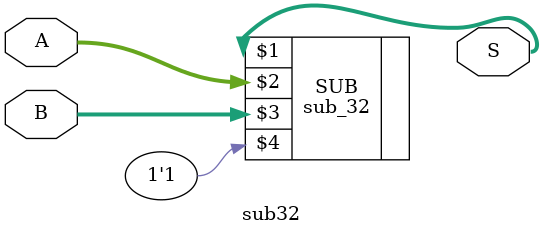
<source format=v>
module sub32(S,A,B);
	input [31:0] A,B;
	output [31:0] S;
	sub_32 SUB(S,A,B,1'b1);
endmodule 
</source>
